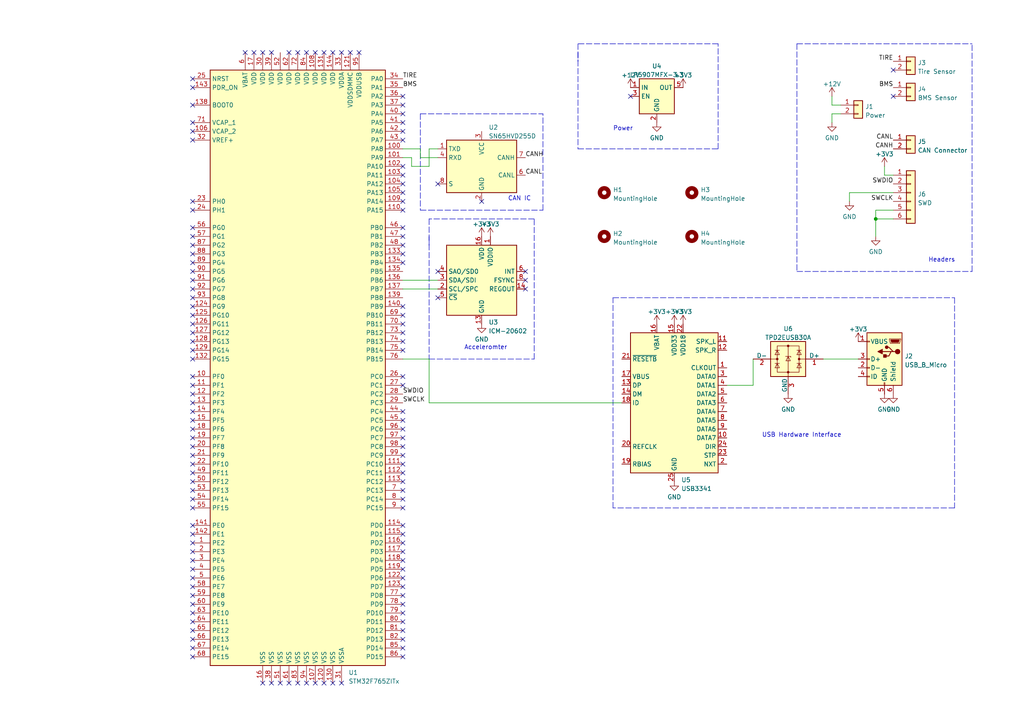
<source format=kicad_sch>
(kicad_sch (version 20211123) (generator eeschema)
  (paper "A4")
  (lib_symbols
    (symbol "Connector:USB_B_Micro" (pin_names (offset 1.016))
      (property "Reference" "J" (at -5.08 11.43 0))
      (property "Value" "USB_B_Micro" (at -5.08 8.89 0))
      (symbol "USB_B_Micro_0_1"
        (rectangle (start -5.08 -7.62) (end 5.08 7.62) (stroke (width 0.254)) (fill (type background)))
        (circle (center -3.81 2.159) (radius 0.635) (stroke (width 0.254)) (fill (type outline)))
        (circle (center -0.635 3.429) (radius 0.381) (stroke (width 0.254)) (fill (type outline)))
        (rectangle (start -0.127 -7.62) (end 0.127 -6.858))
        (polyline (pts (xy -1.905 2.159) (xy 0.635 2.159)) (stroke (width 0.254)))
        (polyline (pts (xy -3.175 2.159) (xy -2.54 2.159) (xy -1.27 3.429) (xy -0.635 3.429)) (stroke (width 0.254)))
        (polyline (pts (xy -2.54 2.159) (xy -1.905 2.159) (xy -1.27 0.889) (xy 0 0.889)) (stroke (width 0.254)))
        (polyline (pts (xy 0.635 2.794) (xy 0.635 1.524) (xy 1.905 2.159) (xy 0.635 2.794)) (stroke (width 0.254)) (fill (type outline)))
        (polyline (pts (xy -4.318 5.588) (xy -1.778 5.588) (xy -2.032 4.826) (xy -4.064 4.826) (xy -4.318 5.588)) (fill (type outline)))
        (polyline (pts (xy -4.699 5.842) (xy -4.699 5.588) (xy -4.445 4.826) (xy -4.445 4.572) (xy -1.651 4.572) (xy -1.651 4.826) (xy -1.397 5.588) (xy -1.397 5.842) (xy -4.699 5.842)))
        (rectangle (start 0.254 1.27) (end -0.508 0.508) (stroke (width 0.254)) (fill (type outline)))
        (rectangle (start 5.08 -5.207) (end 4.318 -4.953))
        (rectangle (start 5.08 -2.667) (end 4.318 -2.413))
        (rectangle (start 5.08 -0.127) (end 4.318 0.127))
        (rectangle (start 5.08 4.953) (end 4.318 5.207))
      )
      (symbol "USB_B_Micro_1_1"
        (pin power_out line (at 7.62 5.08 180) (length 2.54) (name "VBUS") (number "1"))
        (pin bidirectional line (at 7.62 -2.54 180) (length 2.54) (name "D-") (number "2"))
        (pin bidirectional line (at 7.62 0 180) (length 2.54) (name "D+") (number "3"))
        (pin passive line (at 7.62 -5.08 180) (length 2.54) (name "ID") (number "4"))
        (pin power_out line (at 0 -10.16 90) (length 2.54) (name "GND") (number "5"))
        (pin passive line (at -2.54 -10.16 90) (length 2.54) (name "Shield") (number "6"))
      )
    )
    (symbol "Connector_Generic:Conn_01x02" (pin_names (offset 1.016) hide)
      (property "Reference" "J" (at 0 2.54 0))
      (property "Value" "Conn_01x02" (at 0 -5.08 0))
      (symbol "Conn_01x02_1_1"
        (rectangle (start -1.27 -2.413) (end 0 -2.667) (stroke (width 0.1524)))
        (rectangle (start -1.27 0.127) (end 0 -0.127) (stroke (width 0.1524)))
        (rectangle (start -1.27 1.27) (end 1.27 -3.81) (stroke (width 0.254)) (fill (type background)))
        (pin passive line (at -5.08 0 0) (length 3.81) (name "Pin_1") (number "1"))
        (pin passive line (at -5.08 -2.54 0) (length 3.81) (name "Pin_2") (number "2"))
      )
    )
    (symbol "Connector_Generic:Conn_01x06" (pin_names (offset 1.016) hide)
      (property "Reference" "J" (at 0 7.62 0))
      (property "Value" "Conn_01x06" (at 0 -10.16 0))
      (symbol "Conn_01x06_1_1"
        (rectangle (start -1.27 -7.493) (end 0 -7.747) (stroke (width 0.1524)))
        (rectangle (start -1.27 -4.953) (end 0 -5.207) (stroke (width 0.1524)))
        (rectangle (start -1.27 -2.413) (end 0 -2.667) (stroke (width 0.1524)))
        (rectangle (start -1.27 0.127) (end 0 -0.127) (stroke (width 0.1524)))
        (rectangle (start -1.27 2.667) (end 0 2.413) (stroke (width 0.1524)))
        (rectangle (start -1.27 5.207) (end 0 4.953) (stroke (width 0.1524)))
        (rectangle (start -1.27 6.35) (end 1.27 -8.89) (stroke (width 0.254)) (fill (type background)))
        (pin passive line (at -5.08 5.08 0) (length 3.81) (name "Pin_1") (number "1"))
        (pin passive line (at -5.08 2.54 0) (length 3.81) (name "Pin_2") (number "2"))
        (pin passive line (at -5.08 0 0) (length 3.81) (name "Pin_3") (number "3"))
        (pin passive line (at -5.08 -2.54 0) (length 3.81) (name "Pin_4") (number "4"))
        (pin passive line (at -5.08 -5.08 0) (length 3.81) (name "Pin_5") (number "5"))
        (pin passive line (at -5.08 -7.62 0) (length 3.81) (name "Pin_6") (number "6"))
      )
    )
    (symbol "Interface_CAN_LIN:SN65HVD255D"
      (property "Reference" "U" (at -8.89 8.89 0))
      (property "Value" "SN65HVD255D" (at 1.27 8.89 0))
      (symbol "SN65HVD255D_0_1"
        (rectangle (start -10.16 7.62) (end 10.16 -7.62) (stroke (width 0.254)) (fill (type background)))
      )
      (symbol "SN65HVD255D_1_1"
        (pin input line (at -12.7 5.08 0) (length 2.54) (name "TXD") (number "1"))
        (pin power_in line (at 0 -10.16 90) (length 2.54) (name "GND") (number "2"))
        (pin power_in line (at 0 10.16 270) (length 2.54) (name "VCC") (number "3"))
        (pin output line (at -12.7 2.54 0) (length 2.54) (name "RXD") (number "4"))
        (pin no_connect line (at -10.16 -2.54 0) (length 2.54) hide (name "NC") (number "5"))
        (pin bidirectional line (at 12.7 -2.54 180) (length 2.54) (name "CANL") (number "6"))
        (pin bidirectional line (at 12.7 2.54 180) (length 2.54) (name "CANH") (number "7"))
        (pin input line (at -12.7 -5.08 0) (length 2.54) (name "S") (number "8"))
      )
    )
    (symbol "Interface_USB:USB3341"
      (property "Reference" "U" (at 0 2.54 0))
      (property "Value" "USB3341" (at 0 0 0))
      (symbol "USB3341_0_1"
        (rectangle (start -12.7 20.32) (end 12.7 -20.32) (stroke (width 0.254)) (fill (type background)))
      )
      (symbol "USB3341_1_1"
        (pin output line (at 15.24 10.16 180) (length 2.54) (name "CLKOUT") (number "1"))
        (pin bidirectional line (at 15.24 -10.16 180) (length 2.54) (name "DATA7") (number "10"))
        (pin bidirectional line (at 15.24 17.78 180) (length 2.54) (name "SPK_L") (number "11"))
        (pin bidirectional line (at 15.24 15.24 180) (length 2.54) (name "SPK_R") (number "12"))
        (pin bidirectional line (at -15.24 5.08 0) (length 2.54) (name "DP") (number "13"))
        (pin bidirectional line (at -15.24 2.54 0) (length 2.54) (name "DM") (number "14"))
        (pin power_out line (at 0 22.86 270) (length 2.54) (name "VDD33") (number "15"))
        (pin power_in line (at -5.08 22.86 270) (length 2.54) (name "VBAT") (number "16"))
        (pin input line (at -15.24 7.62 0) (length 2.54) (name "VBUS") (number "17"))
        (pin input line (at -15.24 0 0) (length 2.54) (name "ID") (number "18"))
        (pin passive line (at -15.24 -17.78 0) (length 2.54) (name "RBIAS") (number "19"))
        (pin output line (at 15.24 -17.78 180) (length 2.54) (name "NXT") (number "2"))
        (pin input line (at -15.24 -12.7 0) (length 2.54) (name "REFCLK") (number "20"))
        (pin input line (at -15.24 12.7 0) (length 2.54) (name "~{RESETB}") (number "21"))
        (pin power_out line (at 2.54 22.86 270) (length 2.54) (name "VDD18") (number "22"))
        (pin input line (at 15.24 -15.24 180) (length 2.54) (name "STP") (number "23"))
        (pin output line (at 15.24 -12.7 180) (length 2.54) (name "DIR") (number "24"))
        (pin power_in line (at 0 -22.86 90) (length 2.54) (name "GND") (number "25"))
        (pin bidirectional line (at 15.24 7.62 180) (length 2.54) (name "DATA0") (number "3"))
        (pin bidirectional line (at 15.24 5.08 180) (length 2.54) (name "DATA1") (number "4"))
        (pin bidirectional line (at 15.24 2.54 180) (length 2.54) (name "DATA2") (number "5"))
        (pin bidirectional line (at 15.24 0 180) (length 2.54) (name "DATA3") (number "6"))
        (pin bidirectional line (at 15.24 -2.54 180) (length 2.54) (name "DATA4") (number "7"))
        (pin bidirectional line (at 15.24 -5.08 180) (length 2.54) (name "DATA5") (number "8"))
        (pin bidirectional line (at 15.24 -7.62 180) (length 2.54) (name "DATA6") (number "9"))
      )
    )
    (symbol "MCU_ST_STM32F7:STM32F765ZITx"
      (property "Reference" "U" (at -25.4 87.63 0))
      (property "Value" "STM32F765ZITx" (at 20.32 87.63 0))
      (symbol "STM32F765ZITx_0_1"
        (rectangle (start -25.4 -86.36) (end 25.4 86.36) (stroke (width 0.254)) (fill (type background)))
      )
      (symbol "STM32F765ZITx_1_1"
        (pin bidirectional line (at -30.48 -50.8 0) (length 5.08) (name "PE2") (number "1"))
        (pin bidirectional line (at -30.48 -2.54 0) (length 5.08) (name "PF0") (number "10"))
        (pin bidirectional line (at 30.48 63.5 180) (length 5.08) (name "PA8") (number "100"))
        (pin bidirectional line (at 30.48 60.96 180) (length 5.08) (name "PA9") (number "101"))
        (pin bidirectional line (at 30.48 58.42 180) (length 5.08) (name "PA10") (number "102"))
        (pin bidirectional line (at 30.48 55.88 180) (length 5.08) (name "PA11") (number "103"))
        (pin bidirectional line (at 30.48 53.34 180) (length 5.08) (name "PA12") (number "104"))
        (pin bidirectional line (at 30.48 50.8 180) (length 5.08) (name "PA13") (number "105"))
        (pin power_in line (at -30.48 68.58 0) (length 5.08) (name "VCAP_2") (number "106"))
        (pin power_in line (at 5.08 -91.44 90) (length 5.08) (name "VSS") (number "107"))
        (pin power_in line (at 5.08 91.44 270) (length 5.08) (name "VDD") (number "108"))
        (pin bidirectional line (at 30.48 48.26 180) (length 5.08) (name "PA14") (number "109"))
        (pin bidirectional line (at -30.48 -5.08 0) (length 5.08) (name "PF1") (number "11"))
        (pin bidirectional line (at 30.48 45.72 180) (length 5.08) (name "PA15") (number "110"))
        (pin bidirectional line (at 30.48 -27.94 180) (length 5.08) (name "PC10") (number "111"))
        (pin bidirectional line (at 30.48 -30.48 180) (length 5.08) (name "PC11") (number "112"))
        (pin bidirectional line (at 30.48 -33.02 180) (length 5.08) (name "PC12") (number "113"))
        (pin bidirectional line (at 30.48 -45.72 180) (length 5.08) (name "PD0") (number "114"))
        (pin bidirectional line (at 30.48 -48.26 180) (length 5.08) (name "PD1") (number "115"))
        (pin bidirectional line (at 30.48 -50.8 180) (length 5.08) (name "PD2") (number "116"))
        (pin bidirectional line (at 30.48 -53.34 180) (length 5.08) (name "PD3") (number "117"))
        (pin bidirectional line (at 30.48 -55.88 180) (length 5.08) (name "PD4") (number "118"))
        (pin bidirectional line (at 30.48 -58.42 180) (length 5.08) (name "PD5") (number "119"))
        (pin bidirectional line (at -30.48 -7.62 0) (length 5.08) (name "PF2") (number "12"))
        (pin power_in line (at 7.62 -91.44 90) (length 5.08) (name "VSS") (number "120"))
        (pin power_in line (at 15.24 91.44 270) (length 5.08) (name "VDDSDMMC") (number "121"))
        (pin bidirectional line (at 30.48 -60.96 180) (length 5.08) (name "PD6") (number "122"))
        (pin bidirectional line (at 30.48 -63.5 180) (length 5.08) (name "PD7") (number "123"))
        (pin bidirectional line (at -30.48 17.78 0) (length 5.08) (name "PG9") (number "124"))
        (pin bidirectional line (at -30.48 15.24 0) (length 5.08) (name "PG10") (number "125"))
        (pin bidirectional line (at -30.48 12.7 0) (length 5.08) (name "PG11") (number "126"))
        (pin bidirectional line (at -30.48 10.16 0) (length 5.08) (name "PG12") (number "127"))
        (pin bidirectional line (at -30.48 7.62 0) (length 5.08) (name "PG13") (number "128"))
        (pin bidirectional line (at -30.48 5.08 0) (length 5.08) (name "PG14") (number "129"))
        (pin bidirectional line (at -30.48 -10.16 0) (length 5.08) (name "PF3") (number "13"))
        (pin power_in line (at 10.16 -91.44 90) (length 5.08) (name "VSS") (number "130"))
        (pin power_in line (at 7.62 91.44 270) (length 5.08) (name "VDD") (number "131"))
        (pin bidirectional line (at -30.48 2.54 0) (length 5.08) (name "PG15") (number "132"))
        (pin bidirectional line (at 30.48 33.02 180) (length 5.08) (name "PB3") (number "133"))
        (pin bidirectional line (at 30.48 30.48 180) (length 5.08) (name "PB4") (number "134"))
        (pin bidirectional line (at 30.48 27.94 180) (length 5.08) (name "PB5") (number "135"))
        (pin bidirectional line (at 30.48 25.4 180) (length 5.08) (name "PB6") (number "136"))
        (pin bidirectional line (at 30.48 22.86 180) (length 5.08) (name "PB7") (number "137"))
        (pin input line (at -30.48 76.2 0) (length 5.08) (name "BOOT0") (number "138"))
        (pin bidirectional line (at 30.48 20.32 180) (length 5.08) (name "PB8") (number "139"))
        (pin bidirectional line (at -30.48 -12.7 0) (length 5.08) (name "PF4") (number "14"))
        (pin bidirectional line (at 30.48 17.78 180) (length 5.08) (name "PB9") (number "140"))
        (pin bidirectional line (at -30.48 -45.72 0) (length 5.08) (name "PE0") (number "141"))
        (pin bidirectional line (at -30.48 -48.26 0) (length 5.08) (name "PE1") (number "142"))
        (pin input line (at -30.48 81.28 0) (length 5.08) (name "PDR_ON") (number "143"))
        (pin power_in line (at 10.16 91.44 270) (length 5.08) (name "VDD") (number "144"))
        (pin bidirectional line (at -30.48 -15.24 0) (length 5.08) (name "PF5") (number "15"))
        (pin power_in line (at -10.16 -91.44 90) (length 5.08) (name "VSS") (number "16"))
        (pin power_in line (at -12.7 91.44 270) (length 5.08) (name "VDD") (number "17"))
        (pin bidirectional line (at -30.48 -17.78 0) (length 5.08) (name "PF6") (number "18"))
        (pin bidirectional line (at -30.48 -20.32 0) (length 5.08) (name "PF7") (number "19"))
        (pin bidirectional line (at -30.48 -53.34 0) (length 5.08) (name "PE3") (number "2"))
        (pin bidirectional line (at -30.48 -22.86 0) (length 5.08) (name "PF8") (number "20"))
        (pin bidirectional line (at -30.48 -25.4 0) (length 5.08) (name "PF9") (number "21"))
        (pin bidirectional line (at -30.48 -27.94 0) (length 5.08) (name "PF10") (number "22"))
        (pin input line (at -30.48 48.26 0) (length 5.08) (name "PH0") (number "23"))
        (pin input line (at -30.48 45.72 0) (length 5.08) (name "PH1") (number "24"))
        (pin input line (at -30.48 83.82 0) (length 5.08) (name "NRST") (number "25"))
        (pin bidirectional line (at 30.48 -2.54 180) (length 5.08) (name "PC0") (number "26"))
        (pin bidirectional line (at 30.48 -5.08 180) (length 5.08) (name "PC1") (number "27"))
        (pin bidirectional line (at 30.48 -7.62 180) (length 5.08) (name "PC2") (number "28"))
        (pin bidirectional line (at 30.48 -10.16 180) (length 5.08) (name "PC3") (number "29"))
        (pin bidirectional line (at -30.48 -55.88 0) (length 5.08) (name "PE4") (number "3"))
        (pin power_in line (at -10.16 91.44 270) (length 5.08) (name "VDD") (number "30"))
        (pin power_in line (at 12.7 -91.44 90) (length 5.08) (name "VSSA") (number "31"))
        (pin power_in line (at -30.48 66.04 0) (length 5.08) (name "VREF+") (number "32"))
        (pin power_in line (at 12.7 91.44 270) (length 5.08) (name "VDDA") (number "33"))
        (pin bidirectional line (at 30.48 83.82 180) (length 5.08) (name "PA0") (number "34"))
        (pin bidirectional line (at 30.48 81.28 180) (length 5.08) (name "PA1") (number "35"))
        (pin bidirectional line (at 30.48 78.74 180) (length 5.08) (name "PA2") (number "36"))
        (pin bidirectional line (at 30.48 76.2 180) (length 5.08) (name "PA3") (number "37"))
        (pin power_in line (at -7.62 -91.44 90) (length 5.08) (name "VSS") (number "38"))
        (pin power_in line (at -7.62 91.44 270) (length 5.08) (name "VDD") (number "39"))
        (pin bidirectional line (at -30.48 -58.42 0) (length 5.08) (name "PE5") (number "4"))
        (pin bidirectional line (at 30.48 73.66 180) (length 5.08) (name "PA4") (number "40"))
        (pin bidirectional line (at 30.48 71.12 180) (length 5.08) (name "PA5") (number "41"))
        (pin bidirectional line (at 30.48 68.58 180) (length 5.08) (name "PA6") (number "42"))
        (pin bidirectional line (at 30.48 66.04 180) (length 5.08) (name "PA7") (number "43"))
        (pin bidirectional line (at 30.48 -12.7 180) (length 5.08) (name "PC4") (number "44"))
        (pin bidirectional line (at 30.48 -15.24 180) (length 5.08) (name "PC5") (number "45"))
        (pin bidirectional line (at 30.48 40.64 180) (length 5.08) (name "PB0") (number "46"))
        (pin bidirectional line (at 30.48 38.1 180) (length 5.08) (name "PB1") (number "47"))
        (pin bidirectional line (at 30.48 35.56 180) (length 5.08) (name "PB2") (number "48"))
        (pin bidirectional line (at -30.48 -30.48 0) (length 5.08) (name "PF11") (number "49"))
        (pin bidirectional line (at -30.48 -60.96 0) (length 5.08) (name "PE6") (number "5"))
        (pin bidirectional line (at -30.48 -33.02 0) (length 5.08) (name "PF12") (number "50"))
        (pin power_in line (at -5.08 -91.44 90) (length 5.08) (name "VSS") (number "51"))
        (pin power_in line (at -5.08 91.44 270) (length 5.08) (name "VDD") (number "52"))
        (pin bidirectional line (at -30.48 -35.56 0) (length 5.08) (name "PF13") (number "53"))
        (pin bidirectional line (at -30.48 -38.1 0) (length 5.08) (name "PF14") (number "54"))
        (pin bidirectional line (at -30.48 -40.64 0) (length 5.08) (name "PF15") (number "55"))
        (pin bidirectional line (at -30.48 40.64 0) (length 5.08) (name "PG0") (number "56"))
        (pin bidirectional line (at -30.48 38.1 0) (length 5.08) (name "PG1") (number "57"))
        (pin bidirectional line (at -30.48 -63.5 0) (length 5.08) (name "PE7") (number "58"))
        (pin bidirectional line (at -30.48 -66.04 0) (length 5.08) (name "PE8") (number "59"))
        (pin power_in line (at -15.24 91.44 270) (length 5.08) (name "VBAT") (number "6"))
        (pin bidirectional line (at -30.48 -68.58 0) (length 5.08) (name "PE9") (number "60"))
        (pin power_in line (at -2.54 -91.44 90) (length 5.08) (name "VSS") (number "61"))
        (pin power_in line (at -2.54 91.44 270) (length 5.08) (name "VDD") (number "62"))
        (pin bidirectional line (at -30.48 -71.12 0) (length 5.08) (name "PE10") (number "63"))
        (pin bidirectional line (at -30.48 -73.66 0) (length 5.08) (name "PE11") (number "64"))
        (pin bidirectional line (at -30.48 -76.2 0) (length 5.08) (name "PE12") (number "65"))
        (pin bidirectional line (at -30.48 -78.74 0) (length 5.08) (name "PE13") (number "66"))
        (pin bidirectional line (at -30.48 -81.28 0) (length 5.08) (name "PE14") (number "67"))
        (pin bidirectional line (at -30.48 -83.82 0) (length 5.08) (name "PE15") (number "68"))
        (pin bidirectional line (at 30.48 15.24 180) (length 5.08) (name "PB10") (number "69"))
        (pin bidirectional line (at 30.48 -35.56 180) (length 5.08) (name "PC13") (number "7"))
        (pin bidirectional line (at 30.48 12.7 180) (length 5.08) (name "PB11") (number "70"))
        (pin power_in line (at -30.48 71.12 0) (length 5.08) (name "VCAP_1") (number "71"))
        (pin power_in line (at 0 91.44 270) (length 5.08) (name "VDD") (number "72"))
        (pin bidirectional line (at 30.48 10.16 180) (length 5.08) (name "PB12") (number "73"))
        (pin bidirectional line (at 30.48 7.62 180) (length 5.08) (name "PB13") (number "74"))
        (pin bidirectional line (at 30.48 5.08 180) (length 5.08) (name "PB14") (number "75"))
        (pin bidirectional line (at 30.48 2.54 180) (length 5.08) (name "PB15") (number "76"))
        (pin bidirectional line (at 30.48 -66.04 180) (length 5.08) (name "PD8") (number "77"))
        (pin bidirectional line (at 30.48 -68.58 180) (length 5.08) (name "PD9") (number "78"))
        (pin bidirectional line (at 30.48 -71.12 180) (length 5.08) (name "PD10") (number "79"))
        (pin bidirectional line (at 30.48 -38.1 180) (length 5.08) (name "PC14") (number "8"))
        (pin bidirectional line (at 30.48 -73.66 180) (length 5.08) (name "PD11") (number "80"))
        (pin bidirectional line (at 30.48 -76.2 180) (length 5.08) (name "PD12") (number "81"))
        (pin bidirectional line (at 30.48 -78.74 180) (length 5.08) (name "PD13") (number "82"))
        (pin power_in line (at 0 -91.44 90) (length 5.08) (name "VSS") (number "83"))
        (pin power_in line (at 2.54 91.44 270) (length 5.08) (name "VDD") (number "84"))
        (pin bidirectional line (at 30.48 -81.28 180) (length 5.08) (name "PD14") (number "85"))
        (pin bidirectional line (at 30.48 -83.82 180) (length 5.08) (name "PD15") (number "86"))
        (pin bidirectional line (at -30.48 35.56 0) (length 5.08) (name "PG2") (number "87"))
        (pin bidirectional line (at -30.48 33.02 0) (length 5.08) (name "PG3") (number "88"))
        (pin bidirectional line (at -30.48 30.48 0) (length 5.08) (name "PG4") (number "89"))
        (pin bidirectional line (at 30.48 -40.64 180) (length 5.08) (name "PC15") (number "9"))
        (pin bidirectional line (at -30.48 27.94 0) (length 5.08) (name "PG5") (number "90"))
        (pin bidirectional line (at -30.48 25.4 0) (length 5.08) (name "PG6") (number "91"))
        (pin bidirectional line (at -30.48 22.86 0) (length 5.08) (name "PG7") (number "92"))
        (pin bidirectional line (at -30.48 20.32 0) (length 5.08) (name "PG8") (number "93"))
        (pin power_in line (at 2.54 -91.44 90) (length 5.08) (name "VSS") (number "94"))
        (pin power_in line (at 17.78 91.44 270) (length 5.08) (name "VDDUSB") (number "95"))
        (pin bidirectional line (at 30.48 -17.78 180) (length 5.08) (name "PC6") (number "96"))
        (pin bidirectional line (at 30.48 -20.32 180) (length 5.08) (name "PC7") (number "97"))
        (pin bidirectional line (at 30.48 -22.86 180) (length 5.08) (name "PC8") (number "98"))
        (pin bidirectional line (at 30.48 -25.4 180) (length 5.08) (name "PC9") (number "99"))
      )
    )
    (symbol "Mechanical:MountingHole" (pin_names (offset 1.016))
      (property "Reference" "H" (at 0 5.08 0))
      (property "Value" "MountingHole" (at 0 3.175 0))
      (symbol "MountingHole_0_1"
        (circle (center 0 0) (radius 1.27) (stroke (width 1.27)))
      )
    )
    (symbol "Power_Protection:TPD2EUSB30A" (pin_names (offset 0))
      (property "Reference" "U" (at 0 6.35 0))
      (property "Value" "TPD2EUSB30A" (at 7.62 -7.62 0))
      (symbol "TPD2EUSB30A_0_1"
        (rectangle (start -5.08 5.08) (end 5.08 -5.08) (stroke (width 0.254)) (fill (type background)))
        (circle (center -3.175 0) (radius 0.2794) (fill (type outline)))
        (rectangle (start -3.175 3.81) (end 3.175 -3.81))
        (circle (center 0 -3.81) (radius 0.2794) (fill (type outline)))
        (polyline (pts (xy -5.08 0) (xy -3.175 0)))
        (polyline (pts (xy -3.81 -1.27) (xy -2.54 -1.27)))
        (polyline (pts (xy -3.81 2.54) (xy -2.54 2.54)))
        (polyline (pts (xy 0 3.81) (xy 0 -5.08)))
        (polyline (pts (xy 2.54 -1.27) (xy 3.81 -1.27)))
        (polyline (pts (xy 2.54 2.54) (xy 3.81 2.54)))
        (polyline (pts (xy 5.08 0) (xy 3.175 0)))
        (polyline (pts (xy 0.762 0.762) (xy -0.762 0.762) (xy -0.762 0.508)))
        (polyline (pts (xy -2.54 -2.54) (xy -3.81 -2.54) (xy -3.175 -1.27) (xy -2.54 -2.54)))
        (polyline (pts (xy -2.54 1.27) (xy -3.81 1.27) (xy -3.175 2.54) (xy -2.54 1.27)))
        (polyline (pts (xy 0.635 -0.508) (xy -0.635 -0.508) (xy 0 0.762) (xy 0.635 -0.508)))
        (polyline (pts (xy 3.81 -2.54) (xy 2.54 -2.54) (xy 3.175 -1.27) (xy 3.81 -2.54)))
        (polyline (pts (xy 3.81 1.27) (xy 2.54 1.27) (xy 3.175 2.54) (xy 3.81 1.27)))
        (circle (center 0 3.81) (radius 0.2794) (fill (type outline)))
        (circle (center 3.175 0) (radius 0.2794) (fill (type outline)))
      )
      (symbol "TPD2EUSB30A_1_1"
        (pin passive line (at -10.16 0 0) (length 5.08) (name "D+") (number "1"))
        (pin passive line (at 10.16 0 180) (length 5.08) (name "D-") (number "2"))
        (pin passive line (at 0 -10.16 90) (length 5.08) (name "GND") (number "3"))
      )
    )
    (symbol "Regulator_Linear:LP5907MFX-3.3"
      (property "Reference" "U" (at -3.81 6.35 0))
      (property "Value" "LP5907MFX-3.3" (at 6.35 6.35 0))
      (symbol "LP5907MFX-3.3_0_1"
        (rectangle (start -5.08 -5.08) (end 5.08 5.08) (stroke (width 0.254)) (fill (type background)))
        (pin power_in line (at -7.62 2.54 0) (length 2.54) (name "IN") (number "1"))
        (pin power_in line (at 0 -7.62 90) (length 2.54) (name "GND") (number "2"))
        (pin input line (at -7.62 0 0) (length 2.54) (name "EN") (number "3"))
        (pin no_connect line (at 5.08 0 180) (length 2.54) hide (name "NC") (number "4"))
        (pin power_out line (at 7.62 2.54 180) (length 2.54) (name "OUT") (number "5"))
      )
    )
    (symbol "Sensor_Motion:ICM-20602"
      (property "Reference" "U" (at -10.16 11.43 0))
      (property "Value" "ICM-20602" (at 10.16 11.43 0))
      (symbol "ICM-20602_0_1"
        (rectangle (start -10.16 10.16) (end 10.16 -10.16) (stroke (width 0.254)) (fill (type background)))
      )
      (symbol "ICM-20602_1_1"
        (pin power_in line (at 2.54 12.7 270) (length 2.54) (name "VDDIO") (number "1"))
        (pin passive line (at 0 -12.7 90) (length 2.54) hide (name "GND") (number "10"))
        (pin passive line (at 0 -12.7 90) (length 2.54) hide (name "GND") (number "11"))
        (pin passive line (at 0 -12.7 90) (length 2.54) hide (name "GND") (number "12"))
        (pin power_in line (at 0 -12.7 90) (length 2.54) (name "GND") (number "13"))
        (pin passive line (at 12.7 -2.54 180) (length 2.54) (name "REGOUT") (number "14"))
        (pin passive line (at 0 -12.7 90) (length 2.54) hide (name "GND") (number "15"))
        (pin power_in line (at 0 12.7 270) (length 2.54) (name "VDD") (number "16"))
        (pin input line (at -12.7 -2.54 0) (length 2.54) (name "SCL/SPC") (number "2"))
        (pin bidirectional line (at -12.7 0 0) (length 2.54) (name "SDA/SDI") (number "3"))
        (pin bidirectional line (at -12.7 2.54 0) (length 2.54) (name "SAO/SD0") (number "4"))
        (pin input line (at -12.7 -5.08 0) (length 2.54) (name "~{CS}") (number "5"))
        (pin output line (at 12.7 2.54 180) (length 2.54) (name "INT") (number "6"))
        (pin no_connect line (at -10.16 5.08 0) (length 2.54) hide (name "RESV") (number "7"))
        (pin input line (at 12.7 0 180) (length 2.54) (name "FSYNC") (number "8"))
        (pin passive line (at 0 -12.7 90) (length 2.54) hide (name "GND") (number "9"))
      )
    )
    (symbol "power:+12V" (power) (pin_names (offset 0))
      (property "Value" "+12V" (at 0 3.556 0))
      (symbol "+12V_0_1"
        (polyline (pts (xy -0.762 1.27) (xy 0 2.54)))
        (polyline (pts (xy 0 0) (xy 0 2.54)))
        (polyline (pts (xy 0 2.54) (xy 0.762 1.27)))
      )
      (symbol "+12V_1_1"
        (pin power_in line (at 0 0 90) (length 0) hide (name "+12V") (number "1"))
      )
    )
    (symbol "power:+3V3" (power) (pin_names (offset 0))
      (property "Value" "+3V3" (at 0 3.556 0))
      (symbol "+3V3_0_1"
        (polyline (pts (xy -0.762 1.27) (xy 0 2.54)))
        (polyline (pts (xy 0 0) (xy 0 2.54)))
        (polyline (pts (xy 0 2.54) (xy 0.762 1.27)))
      )
      (symbol "+3V3_1_1"
        (pin power_in line (at 0 0 90) (length 0) hide (name "+3V3") (number "1"))
      )
    )
    (symbol "power:GND" (power) (pin_names (offset 0))
      (property "Value" "GND" (at 0 -3.81 0))
      (symbol "GND_0_1"
        (polyline (pts (xy 0 0) (xy 0 -1.27) (xy 1.27 -1.27) (xy 0 -2.54) (xy -1.27 -1.27) (xy 0 -1.27)))
      )
      (symbol "GND_1_1"
        (pin power_in line (at 0 0 270) (length 0) hide (name "GND") (number "1"))
      )
    )
  )
  (junction (at 254 63.5))
  (no_connect (at 139.7 58.42))
  (no_connect (at 55.88 40.64))
  (no_connect (at 55.88 58.42))
  (no_connect (at 55.88 60.96))
  (no_connect (at 116.84 30.48))
  (no_connect (at 116.84 27.94))
  (no_connect (at 55.88 66.04))
  (no_connect (at 55.88 68.58))
  (no_connect (at 55.88 71.12))
  (no_connect (at 55.88 73.66))
  (no_connect (at 55.88 76.2))
  (no_connect (at 55.88 78.74))
  (no_connect (at 55.88 81.28))
  (no_connect (at 55.88 83.82))
  (no_connect (at 55.88 86.36))
  (no_connect (at 55.88 88.9))
  (no_connect (at 55.88 91.44))
  (no_connect (at 55.88 93.98))
  (no_connect (at 55.88 96.52))
  (no_connect (at 55.88 99.06))
  (no_connect (at 55.88 101.6))
  (no_connect (at 55.88 104.14))
  (no_connect (at 55.88 109.22))
  (no_connect (at 55.88 111.76))
  (no_connect (at 55.88 114.3))
  (no_connect (at 55.88 116.84))
  (no_connect (at 55.88 119.38))
  (no_connect (at 55.88 121.92))
  (no_connect (at 55.88 124.46))
  (no_connect (at 55.88 127))
  (no_connect (at 55.88 129.54))
  (no_connect (at 55.88 132.08))
  (no_connect (at 55.88 134.62))
  (no_connect (at 55.88 137.16))
  (no_connect (at 55.88 139.7))
  (no_connect (at 55.88 142.24))
  (no_connect (at 55.88 144.78))
  (no_connect (at 55.88 147.32))
  (no_connect (at 55.88 152.4))
  (no_connect (at 55.88 154.94))
  (no_connect (at 55.88 157.48))
  (no_connect (at 55.88 160.02))
  (no_connect (at 55.88 162.56))
  (no_connect (at 55.88 165.1))
  (no_connect (at 55.88 167.64))
  (no_connect (at 55.88 170.18))
  (no_connect (at 55.88 172.72))
  (no_connect (at 55.88 175.26))
  (no_connect (at 55.88 177.8))
  (no_connect (at 55.88 180.34))
  (no_connect (at 55.88 182.88))
  (no_connect (at 55.88 185.42))
  (no_connect (at 55.88 187.96))
  (no_connect (at 55.88 190.5))
  (no_connect (at 76.2 198.12))
  (no_connect (at 78.74 198.12))
  (no_connect (at 81.28 198.12))
  (no_connect (at 83.82 198.12))
  (no_connect (at 86.36 198.12))
  (no_connect (at 88.9 198.12))
  (no_connect (at 91.44 198.12))
  (no_connect (at 93.98 198.12))
  (no_connect (at 96.52 198.12))
  (no_connect (at 99.06 198.12))
  (no_connect (at 116.84 190.5))
  (no_connect (at 116.84 187.96))
  (no_connect (at 116.84 185.42))
  (no_connect (at 116.84 182.88))
  (no_connect (at 116.84 180.34))
  (no_connect (at 116.84 177.8))
  (no_connect (at 116.84 175.26))
  (no_connect (at 116.84 172.72))
  (no_connect (at 116.84 170.18))
  (no_connect (at 116.84 167.64))
  (no_connect (at 116.84 165.1))
  (no_connect (at 116.84 162.56))
  (no_connect (at 116.84 160.02))
  (no_connect (at 116.84 157.48))
  (no_connect (at 116.84 154.94))
  (no_connect (at 116.84 152.4))
  (no_connect (at 116.84 147.32))
  (no_connect (at 116.84 144.78))
  (no_connect (at 116.84 142.24))
  (no_connect (at 116.84 139.7))
  (no_connect (at 116.84 137.16))
  (no_connect (at 116.84 134.62))
  (no_connect (at 116.84 132.08))
  (no_connect (at 116.84 129.54))
  (no_connect (at 116.84 127))
  (no_connect (at 116.84 124.46))
  (no_connect (at 116.84 121.92))
  (no_connect (at 116.84 119.38))
  (no_connect (at 116.84 111.76))
  (no_connect (at 116.84 109.22))
  (no_connect (at 116.84 101.6))
  (no_connect (at 116.84 99.06))
  (no_connect (at 116.84 96.52))
  (no_connect (at 116.84 93.98))
  (no_connect (at 116.84 91.44))
  (no_connect (at 116.84 88.9))
  (no_connect (at 116.84 76.2))
  (no_connect (at 116.84 73.66))
  (no_connect (at 116.84 71.12))
  (no_connect (at 55.88 38.1))
  (no_connect (at 55.88 35.56))
  (no_connect (at 55.88 30.48))
  (no_connect (at 55.88 25.4))
  (no_connect (at 55.88 22.86))
  (no_connect (at 71.12 15.24))
  (no_connect (at 73.66 15.24))
  (no_connect (at 76.2 15.24))
  (no_connect (at 78.74 15.24))
  (no_connect (at 88.9 15.24))
  (no_connect (at 83.82 15.24))
  (no_connect (at 86.36 15.24))
  (no_connect (at 91.44 15.24))
  (no_connect (at 93.98 15.24))
  (no_connect (at 96.52 15.24))
  (no_connect (at 99.06 15.24))
  (no_connect (at 101.6 15.24))
  (no_connect (at 104.14 15.24))
  (no_connect (at 259.08 27.94))
  (no_connect (at 259.08 20.32))
  (no_connect (at 116.84 48.26))
  (no_connect (at 116.84 60.96))
  (no_connect (at 116.84 58.42))
  (no_connect (at 116.84 55.88))
  (no_connect (at 116.84 50.8))
  (no_connect (at 116.84 40.64))
  (no_connect (at 116.84 38.1))
  (no_connect (at 116.84 35.56))
  (no_connect (at 116.84 33.02))
  (no_connect (at 152.4 83.82))
  (no_connect (at 116.84 68.58))
  (no_connect (at 116.84 66.04))
  (no_connect (at 152.4 81.28))
  (no_connect (at 152.4 78.74))
  (no_connect (at 127 78.74))
  (no_connect (at 127 86.36))
  (no_connect (at 182.88 27.94))
  (no_connect (at 116.84 53.34))
  (no_connect (at 127 53.34))
  (wire (pts (xy 124.46 104.14) (xy 116.84 104.14)))
  (wire (pts (xy 246.38 55.88) (xy 246.38 58.42)))
  (wire (pts (xy 243.84 30.48) (xy 241.3 30.48)))
  (polyline (pts (xy 167.64 15.24) (xy 167.64 43.18)))
  (polyline (pts (xy 177.8 86.36) (xy 180.34 86.36)))
  (wire (pts (xy 238.76 104.14) (xy 248.92 104.14)))
  (wire (pts (xy 127 83.82) (xy 116.84 83.82)))
  (wire (pts (xy 254 60.96) (xy 254 63.5)))
  (wire (pts (xy 180.34 116.84) (xy 124.46 116.84)))
  (wire (pts (xy 124.46 116.84) (xy 124.46 104.14)))
  (wire (pts (xy 116.84 43.18) (xy 121.92 43.18)))
  (wire (pts (xy 124.46 43.18) (xy 127 43.18)))
  (wire (pts (xy 127 81.28) (xy 116.84 81.28)))
  (polyline (pts (xy 281.94 78.74) (xy 281.94 12.7)))
  (polyline (pts (xy 121.92 33.02) (xy 157.48 33.02)))
  (wire (pts (xy 259.08 55.88) (xy 246.38 55.88)))
  (polyline (pts (xy 124.46 68.58) (xy 124.46 104.14)))
  (polyline (pts (xy 208.28 12.7) (xy 167.64 12.7)))
  (polyline (pts (xy 177.8 147.32) (xy 177.8 86.36)))
  (wire (pts (xy 241.3 33.02) (xy 241.3 35.56)))
  (wire (pts (xy 218.44 111.76) (xy 210.82 111.76)))
  (wire (pts (xy 124.46 48.26) (xy 124.46 43.18)))
  (polyline (pts (xy 154.94 63.5) (xy 124.46 63.5)))
  (wire (pts (xy 259.08 50.8) (xy 256.54 50.8)))
  (wire (pts (xy 119.38 45.72) (xy 119.38 48.26)))
  (polyline (pts (xy 276.86 86.36) (xy 276.86 147.32)))
  (wire (pts (xy 243.84 33.02) (xy 241.3 33.02)))
  (polyline (pts (xy 177.8 86.36) (xy 276.86 86.36)))
  (wire (pts (xy 121.92 43.18) (xy 121.92 45.72)))
  (polyline (pts (xy 124.46 60.96) (xy 157.48 60.96)))
  (polyline (pts (xy 167.64 12.7) (xy 167.64 17.78)))
  (wire (pts (xy 254 63.5) (xy 259.08 63.5)))
  (polyline (pts (xy 121.92 60.96) (xy 124.46 60.96)))
  (wire (pts (xy 241.3 27.94) (xy 241.3 30.48)))
  (wire (pts (xy 254 63.5) (xy 254 68.58)))
  (polyline (pts (xy 231.14 12.7) (xy 281.94 12.7)))
  (polyline (pts (xy 231.14 12.7) (xy 231.14 78.74)))
  (polyline (pts (xy 154.94 104.14) (xy 154.94 63.5)))
  (polyline (pts (xy 124.46 104.14) (xy 154.94 104.14)))
  (wire (pts (xy 256.54 48.26) (xy 256.54 50.8)))
  (polyline (pts (xy 276.86 147.32) (xy 177.8 147.32)))
  (polyline (pts (xy 167.64 43.18) (xy 208.28 43.18)))
  (polyline (pts (xy 208.28 43.18) (xy 208.28 12.7)))
  (wire (pts (xy 121.92 45.72) (xy 127 45.72)))
  (wire (pts (xy 259.08 60.96) (xy 254 60.96)))
  (polyline (pts (xy 231.14 78.74) (xy 281.94 78.74)))
  (wire (pts (xy 119.38 48.26) (xy 124.46 48.26)))
  (wire (pts (xy 116.84 45.72) (xy 119.38 45.72)))
  (polyline (pts (xy 121.92 33.02) (xy 121.92 60.96)))
  (polyline (pts (xy 124.46 63.5) (xy 124.46 71.12)))
  (wire (pts (xy 218.44 104.14) (xy 218.44 111.76)))
  (polyline (pts (xy 157.48 60.96) (xy 157.48 33.02)))
  (text "CAN IC\n" (at 147.32 58.42 0) (effects (font (size 1.27 1.27)) (justify left bottom)))
  (text "USB Hardware Interface\n" (at 220.98 127 0) (effects (font (size 1.27 1.27)) (justify left bottom)))
  (text "Headers\n" (at 269.24 76.2 0) (effects (font (size 1.27 1.27)) (justify left bottom)))
  (text "Acceleromter" (at 134.62 101.6 0) (effects (font (size 1.27 1.27)) (justify left bottom)))
  (text "Power\n" (at 177.8 38.1 0) (effects (font (size 1.27 1.27)) (justify left bottom)))
  (label "CANL" (at 152.4 50.8 0))
  (label "BMS" (at 116.84 25.4 0))
  (label "SWDIO" (at 259.08 53.34 180))
  (label "TIRE" (at 259.08 17.78 180))
  (label "SWCLK" (at 116.84 116.84 0))
  (label "CANH" (at 152.4 45.72 0))
  (label "CANL" (at 259.08 40.64 180))
  (label "CANH" (at 259.08 43.18 180))
  (label "SWCLK" (at 259.08 58.42 180))
  (label "TIRE" (at 116.84 22.86 0))
  (label "BMS" (at 259.08 25.4 180))
  (label "SWDIO" (at 116.84 114.3 0))
  (symbol (lib_id "power:+3V3") (at 256.54 48.26 0) (unit 1)
    (property "Reference" "#PWR016" (effects hide))
    (property "Value" "+3V3" (at 256.54 44.6842 0))
  )
  (symbol (lib_id "power:GND") (at 139.7 93.98 0) (unit 1)
    (property "Reference" "#PWR0101" (effects hide))
    (property "Value" "GND" (at 139.7 98.4234 0))
  )
  (symbol (lib_id "power:+3V3") (at 198.12 93.98 0) (unit 1)
    (property "Reference" "#PWR08" (effects hide))
    (property "Value" "+3V3" (at 198.12 90.4042 0))
  )
  (symbol (lib_id "power:+3V3") (at 195.58 93.98 0) (unit 1)
    (property "Reference" "#PWR06" (effects hide))
    (property "Value" "+3V3" (at 195.58 90.4042 0))
  )
  (symbol (lib_id "power:+3V3") (at 142.24 68.58 0) (unit 1)
    (property "Reference" "#PWR02" (effects hide))
    (property "Value" "+3V3" (at 142.24 65.0042 0))
  )
  (symbol (lib_id "Mechanical:MountingHole") (at 200.66 55.88 0) (unit 1)
    (property "Reference" "H3" (at 203.2 55.0453 0) (effects (justify left)))
    (property "Value" "MountingHole" (at 203.2 57.5822 0) (effects (justify left)))
    (property "Footprint" "MountingHole:MountingHole_2.5mm_Pad_TopBottom" (effects hide))
  )
  (symbol (lib_id "Mechanical:MountingHole") (at 200.66 68.58 0) (unit 1)
    (property "Reference" "H4" (at 203.2 67.7453 0) (effects (justify left)))
    (property "Value" "MountingHole" (at 203.2 70.2822 0) (effects (justify left)))
    (property "Footprint" "MountingHole:MountingHole_2.5mm_Pad_TopBottom" (effects hide))
  )
  (symbol (lib_id "power:+3V3") (at 248.92 99.06 0) (unit 1)
    (property "Reference" "#PWR014" (effects hide))
    (property "Value" "+3V3" (at 248.92 95.4842 0))
  )
  (symbol (lib_id "Connector_Generic:Conn_01x02") (at 248.92 30.48 0) (unit 1)
    (property "Reference" "J1" (at 250.952 30.9153 0) (effects (justify left)))
    (property "Value" "Power" (at 250.952 33.4522 0) (effects (justify left)))
    (property "Footprint" "Connector_Phoenix_MC:PhoenixContact_MC_1,5_2-G-3.5_1x02_P3.50mm_Horizontal" (effects hide))
  )
  (symbol (lib_id "power:GND") (at 246.38 58.42 0) (unit 1)
    (property "Reference" "#PWR013" (effects hide))
    (property "Value" "GND" (at 246.38 62.8634 0))
  )
  (symbol (lib_id "Mechanical:MountingHole") (at 175.26 68.58 0) (unit 1)
    (property "Reference" "H2" (at 177.8 67.7453 0) (effects (justify left)))
    (property "Value" "MountingHole" (at 177.8 70.2822 0) (effects (justify left)))
    (property "Footprint" "MountingHole:MountingHole_2.5mm_Pad_TopBottom" (effects hide))
  )
  (symbol (lib_id "power:GND") (at 241.3 35.56 0) (unit 1)
    (property "Reference" "#PWR012" (effects hide))
    (property "Value" "GND" (at 241.3 40.0034 0))
  )
  (symbol (lib_id "power:GND") (at 254 68.58 0) (unit 1)
    (property "Reference" "#PWR015" (effects hide))
    (property "Value" "GND" (at 254 73.0234 0))
  )
  (symbol (lib_id "Connector_Generic:Conn_01x06") (at 264.16 55.88 0) (unit 1)
    (property "Reference" "J6" (at 266.192 56.3153 0) (effects (justify left)))
    (property "Value" "SWD " (at 266.192 58.8522 0) (effects (justify left)))
    (property "Footprint" "Connector_PinHeader_2.54mm:PinHeader_1x06_P2.54mm_Vertical" (effects hide))
  )
  (symbol (lib_id "power:GND") (at 190.5 35.56 0) (unit 1)
    (property "Reference" "#PWR04" (effects hide))
    (property "Value" "GND" (at 190.5 40.0034 0))
  )
  (symbol (lib_id "Interface_CAN_LIN:SN65HVD255D") (at 139.7 48.26 0) (unit 1)
    (property "Reference" "U2" (at 141.7194 36.9402 0) (effects (justify left)))
    (property "Value" "SN65HVD255D" (at 141.7194 39.4771 0) (effects (justify left)))
    (property "Footprint" "Package_SO:SOIC-8_3.9x4.9mm_P1.27mm" (effects hide))
    (property "Datasheet" "https://www.ti.com/lit/ds/symlink/sn65hvd257.pdf" (effects hide))
  )
  (symbol (lib_id "Power_Protection:TPD2EUSB30A") (at 228.6 104.14 0) (mirror y) (unit 1)
    (property "Reference" "U6" (at 228.6 95.3602 0))
    (property "Value" "TPD2EUSB30A" (at 228.6 97.8971 0))
    (property "Footprint" "Package_TO_SOT_SMD:Texas_DRT-3" (effects hide))
    (property "Datasheet" "http://www.ti.com/lit/ds/symlink/tpd2eusb30a.pdf" (effects hide))
  )
  (symbol (lib_id "power:+3V3") (at 139.7 68.58 0) (unit 1)
    (property "Reference" "#PWR01" (effects hide))
    (property "Value" "+3V3" (at 139.7 65.0042 0))
  )
  (symbol (lib_id "Mechanical:MountingHole") (at 175.26 55.88 0) (unit 1)
    (property "Reference" "H1" (at 177.8 55.0453 0) (effects (justify left)))
    (property "Value" "MountingHole" (at 177.8 57.5822 0) (effects (justify left)))
    (property "Footprint" "MountingHole:MountingHole_2.5mm_Pad_TopBottom" (effects hide))
  )
  (symbol (lib_id "power:+3V3") (at 198.12 25.4 0) (unit 1)
    (property "Reference" "#PWR09" (effects hide))
    (property "Value" "+3V3" (at 198.12 21.8242 0))
  )
  (symbol (lib_id "power:+12V") (at 241.3 27.94 0) (unit 1)
    (property "Reference" "#PWR011" (effects hide))
    (property "Value" "+12V" (at 241.3 24.3642 0))
  )
  (symbol (lib_id "power:+12V") (at 182.88 25.4 0) (unit 1)
    (property "Reference" "#PWR03" (effects hide))
    (property "Value" "+12V" (at 182.88 21.8242 0))
  )
  (symbol (lib_id "Connector_Generic:Conn_01x02") (at 264.16 25.4 0) (unit 1)
    (property "Reference" "J4" (at 266.192 25.8353 0) (effects (justify left)))
    (property "Value" "BMS Sensor" (at 266.192 28.3722 0) (effects (justify left)))
    (property "Footprint" "Connector_Phoenix_MC:PhoenixContact_MC_1,5_2-G-3.5_1x02_P3.50mm_Horizontal" (effects hide))
  )
  (symbol (lib_id "Interface_USB:USB3341") (at 195.58 116.84 0) (unit 1)
    (property "Reference" "U5" (at 197.5994 139.1904 0) (effects (justify left)))
    (property "Value" "USB3341" (at 197.5994 141.7273 0) (effects (justify left)))
    (property "Footprint" "Package_DFN_QFN:QFN-24-1EP_4x4mm_P0.5mm_EP2.6x2.6mm" (effects hide))
    (property "Datasheet" "http://ww1.microchip.com/downloads/en/DeviceDoc/334x.pdf" (effects hide))
  )
  (symbol (lib_id "Connector:USB_B_Micro") (at 256.54 104.14 0) (mirror y) (unit 1)
    (property "Reference" "J2" (at 262.382 103.3053 0) (effects (justify right)))
    (property "Value" "USB_B_Micro" (at 262.382 105.8422 0) (effects (justify right)))
    (property "Footprint" "Connector_USB:USB_Micro-B_Molex-105017-0001" (effects hide))
  )
  (symbol (lib_id "Connector_Generic:Conn_01x02") (at 264.16 17.78 0) (unit 1)
    (property "Reference" "J3" (at 266.192 18.2153 0) (effects (justify left)))
    (property "Value" "Tire Sensor" (at 266.192 20.7522 0) (effects (justify left)))
    (property "Footprint" "Connector_Phoenix_MC:PhoenixContact_MC_1,5_2-G-3.5_1x02_P3.50mm_Horizontal" (effects hide))
  )
  (symbol (lib_id "power:GND") (at 228.6 114.3 0) (unit 1)
    (property "Reference" "#PWR010" (effects hide))
    (property "Value" "GND" (at 228.6 118.7434 0))
  )
  (symbol (lib_id "MCU_ST_STM32F7:STM32F765ZITx") (at 86.36 106.68 0) (unit 1)
    (property "Reference" "U1" (at 101.0794 195.0704 0) (effects (justify left)))
    (property "Value" "STM32F765ZITx" (at 101.0794 197.6073 0) (effects (justify left)))
    (property "Footprint" "Package_QFP:LQFP-144_20x20mm_P0.5mm" (effects hide))
    (property "Datasheet" "http://www.st.com/st-web-ui/static/active/en/resource/technical/document/datasheet/DM00273119.pdf" (effects hide))
  )
  (symbol (lib_id "Regulator_Linear:LP5907MFX-3.3") (at 190.5 27.94 0) (unit 1)
    (property "Reference" "U4" (at 190.5 19.1602 0))
    (property "Value" "LP5907MFX-3.3" (at 190.5 21.6971 0))
    (property "Footprint" "Package_TO_SOT_SMD:SOT-23-5" (effects hide))
    (property "Datasheet" "http://www.ti.com/lit/ds/symlink/lp5907.pdf" (effects hide))
  )
  (symbol (lib_id "power:GND") (at 195.58 139.7 0) (unit 1)
    (property "Reference" "#PWR07" (effects hide))
    (property "Value" "GND" (at 195.58 144.1434 0))
  )
  (symbol (lib_id "power:GND") (at 259.08 114.3 0) (unit 1)
    (property "Reference" "#PWR018" (effects hide))
    (property "Value" "GND" (at 259.08 118.7434 0))
  )
  (symbol (lib_id "Connector_Generic:Conn_01x02") (at 264.16 40.64 0) (unit 1)
    (property "Reference" "J5" (at 266.192 41.0753 0) (effects (justify left)))
    (property "Value" "CAN Connector" (at 266.192 43.6122 0) (effects (justify left)))
    (property "Footprint" "Connector_Phoenix_MC:PhoenixContact_MC_1,5_2-G-3.5_1x02_P3.50mm_Horizontal" (effects hide))
  )
  (symbol (lib_id "power:+3V3") (at 190.5 93.98 0) (unit 1)
    (property "Reference" "#PWR05" (effects hide))
    (property "Value" "+3V3" (at 190.5 90.4042 0))
  )
  (symbol (lib_id "Sensor_Motion:ICM-20602") (at 139.7 81.28 0) (unit 1)
    (property "Reference" "U3" (at 141.7194 93.4704 0) (effects (justify left)))
    (property "Value" "ICM-20602" (at 141.7194 96.0073 0) (effects (justify left)))
    (property "Footprint" "Package_LGA:LGA-16_3x3mm_P0.5mm_LayoutBorder3x5y" (effects hide))
    (property "Datasheet" "http://www.invensense.com/wp-content/uploads/2016/10/DS-000176-ICM-20602-v1.0.pdf" (effects hide))
  )
  (symbol (lib_id "power:GND") (at 256.54 114.3 0) (unit 1)
    (property "Reference" "#PWR017" (effects hide))
    (property "Value" "GND" (at 256.54 118.7434 0))
  )
)
</source>
